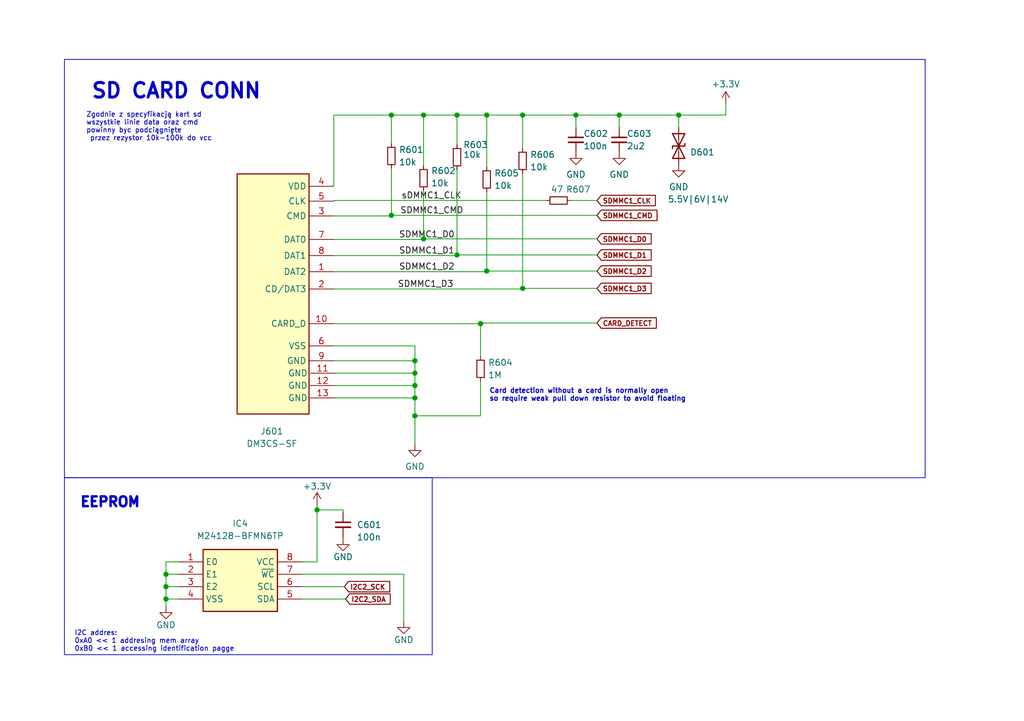
<source format=kicad_sch>
(kicad_sch (version 20230121) (generator eeschema)
  (paper "A5")
  (title_block (title "EXTERNAL MEMORY"))
  (lib_symbols
    (symbol "Device:C_Small" (pin_numbers hide) (pin_names (offset 0.254) hide)
      (property "Reference" "C" (at 0.254 1.778 0))
      (property "Value" "C_Small" (at 0.254 -2.032 0))
      (symbol "C_Small_0_1"
        (polyline (pts (xy -1.524 -0.508) (xy 1.524 -0.508)) (stroke (width 0.3302)))
        (polyline (pts (xy -1.524 0.508) (xy 1.524 0.508)) (stroke (width 0.3048)))
      )
      (symbol "C_Small_1_1"
        (pin passive line (at 0 2.54 270) (length 2.032) (name "~") (number "1"))
        (pin passive line (at 0 -2.54 90) (length 2.032) (name "~") (number "2"))
      )
    )
    (symbol "Device:D_TVS" (pin_numbers hide) (pin_names (offset 1.016) hide)
      (property "Reference" "D" (at 0 2.54 0))
      (property "Value" "D_TVS" (at 0 -2.54 0))
      (symbol "D_TVS_0_1"
        (polyline (pts (xy 1.27 0) (xy -1.27 0)))
        (polyline (pts (xy 0.508 1.27) (xy 0 1.27) (xy 0 -1.27) (xy -0.508 -1.27)) (stroke (width 0.254)))
        (polyline (pts (xy -2.54 1.27) (xy -2.54 -1.27) (xy 2.54 1.27) (xy 2.54 -1.27) (xy -2.54 1.27)) (stroke (width 0.254)))
      )
      (symbol "D_TVS_1_1"
        (pin passive line (at -3.81 0 0) (length 2.54) (name "A1") (number "1"))
        (pin passive line (at 3.81 0 180) (length 2.54) (name "A2") (number "2"))
      )
    )
    (symbol "Device:R_Small" (pin_numbers hide) (pin_names (offset 0.254) hide)
      (property "Reference" "R" (at 0.762 0.508 0))
      (property "Value" "R_Small" (at 0.762 -1.016 0))
      (symbol "R_Small_0_1"
        (rectangle (start -0.762 1.778) (end 0.762 -1.778) (stroke (width 0.2032)))
      )
      (symbol "R_Small_1_1"
        (pin passive line (at 0 2.54 270) (length 0.762) (name "~") (number "1"))
        (pin passive line (at 0 -2.54 90) (length 0.762) (name "~") (number "2"))
      )
    )
    (symbol "SamacSys_Parts:DM3CS-SF"
      (property "Reference" "J10" (at 21.082 7.366 0))
      (property "Value" "DM3CS-SF" (at 21.082 4.826 0))
      (symbol "DM3CS-SF_1_1"
        (rectangle (start 13.208 2.54) (end 27.94 -46.736) (stroke (width 0.254)) (fill (type background)))
        (pin passive line (at 33.02 -17.526 180) (length 5.08) (name "DAT2") (number "1"))
        (pin passive line (at 33.02 -28.194 180) (length 5.08) (name "CARD_D") (number "10"))
        (pin passive line (at 33.274 -38.354 180) (length 5.08) (name "GND") (number "11"))
        (pin passive line (at 33.274 -40.894 180) (length 5.08) (name "GND") (number "12"))
        (pin passive line (at 33.274 -43.434 180) (length 5.08) (name "GND") (number "13"))
        (pin passive line (at 33.02 -21.082 180) (length 5.08) (name "CD/DAT3") (number "2"))
        (pin passive line (at 33.02 -6.096 180) (length 5.08) (name "CMD") (number "3"))
        (pin passive line (at 33.02 0 180) (length 5.08) (name "VDD") (number "4"))
        (pin passive line (at 33.02 -3.048 180) (length 5.08) (name "CLK") (number "5"))
        (pin passive line (at 33.02 -32.766 180) (length 5.08) (name "VSS") (number "6"))
        (pin passive line (at 33.02 -10.922 180) (length 5.08) (name "DAT0") (number "7"))
        (pin passive line (at 33.02 -14.224 180) (length 5.08) (name "DAT1") (number "8"))
        (pin passive line (at 33.02 -35.814 180) (length 5.08) (name "GND") (number "9"))
      )
    )
    (symbol "SamacSys_Parts:M24128-BFMN6TP"
      (property "Reference" "IC" (at 21.59 7.62 0))
      (property "Value" "M24128-BFMN6TP" (at 21.59 5.08 0))
      (symbol "M24128-BFMN6TP_1_1"
        (rectangle (start 5.08 2.54) (end 20.32 -10.16) (stroke (width 0.254)) (fill (type background)))
        (pin passive line (at 0 0 0) (length 5.08) (name "E0") (number "1"))
        (pin passive line (at 0 -2.54 0) (length 5.08) (name "E1") (number "2"))
        (pin passive line (at 0 -5.08 0) (length 5.08) (name "E2") (number "3"))
        (pin passive line (at 0 -7.62 0) (length 5.08) (name "VSS") (number "4"))
        (pin passive line (at 25.4 -7.62 180) (length 5.08) (name "SDA") (number "5"))
        (pin passive line (at 25.4 -5.08 180) (length 5.08) (name "SCL") (number "6"))
        (pin passive line (at 25.4 -2.54 180) (length 5.08) (name "~{WC}") (number "7"))
        (pin passive line (at 25.4 0 180) (length 5.08) (name "VCC") (number "8"))
      )
    )
    (symbol "power:+3.3V" (power) (pin_names (offset 0))
      (property "Value" "+3.3V" (at 0 3.556 0))
      (symbol "+3.3V_0_1"
        (polyline (pts (xy -0.762 1.27) (xy 0 2.54)))
        (polyline (pts (xy 0 0) (xy 0 2.54)))
        (polyline (pts (xy 0 2.54) (xy 0.762 1.27)))
      )
      (symbol "+3.3V_1_1"
        (pin power_in line (at 0 0 90) (length 0) hide (name "+3.3V") (number "1"))
      )
    )
    (symbol "power:GND" (power) (pin_names (offset 0))
      (property "Value" "GND" (at 0 -3.81 0))
      (symbol "GND_0_1"
        (polyline (pts (xy 0 0) (xy 0 -1.27) (xy 1.27 -1.27) (xy 0 -2.54) (xy -1.27 -1.27) (xy 0 -1.27)))
      )
      (symbol "GND_1_1"
        (pin power_in line (at 0 0 270) (length 0) hide (name "GND") (number "1"))
      )
    )
  )
  (junction (at 65.024 104.648))
  (junction (at 86.868 23.622))
  (junction (at 93.726 52.324))
  (junction (at 118.11 23.622))
  (junction (at 34.036 117.856))
  (junction (at 85.09 74.041))
  (junction (at 107.188 23.622))
  (junction (at 86.868 49.022))
  (junction (at 85.09 85.344))
  (junction (at 80.264 23.622))
  (junction (at 34.036 122.936))
  (junction (at 93.726 23.622))
  (junction (at 34.036 120.396))
  (junction (at 107.188 59.182))
  (junction (at 80.264 44.196))
  (junction (at 99.822 23.622))
  (junction (at 85.09 79.121))
  (junction (at 99.822 55.626))
  (junction (at 127 23.622))
  (junction (at 98.552 66.421))
  (junction (at 85.09 76.581))
  (junction (at 85.09 81.661))
  (junction (at 139.192 23.622))
  (wire (pts (xy 107.188 23.622) (xy 118.11 23.622)))
  (wire (pts (xy 68.707 76.581) (xy 85.09 76.581)))
  (wire (pts (xy 68.453 23.622) (xy 80.264 23.622)))
  (wire (pts (xy 68.453 66.421) (xy 98.552 66.421)))
  (wire (pts (xy 107.188 59.182) (xy 122.428 59.182)))
  (wire (pts (xy 99.822 55.626) (xy 122.428 55.626)))
  (wire (pts (xy 68.453 41.275) (xy 68.58 41.275)))
  (wire (pts (xy 107.188 23.622) (xy 107.188 30.48)))
  (wire (pts (xy 36.576 117.856) (xy 34.036 117.856)))
  (wire (pts (xy 68.58 41.275) (xy 68.58 41.148)))
  (wire (pts (xy 34.036 122.936) (xy 34.036 124.46)))
  (wire (pts (xy 99.822 34.29) (xy 99.822 23.622)))
  (wire (pts (xy 107.188 35.56) (xy 107.188 59.182)))
  (wire (pts (xy 98.552 66.294) (xy 122.428 66.294)))
  (wire (pts (xy 61.976 117.856) (xy 82.804 117.856)))
  (wire (pts (xy 117.094 41.148) (xy 122.428 41.148)))
  (wire (pts (xy 34.036 120.396) (xy 34.036 122.936)))
  (wire (pts (xy 99.822 55.753) (xy 99.822 55.626)))
  (wire (pts (xy 85.09 76.581) (xy 85.09 79.121)))
  (wire (pts (xy 118.11 23.622) (xy 127 23.622)))
  (wire (pts (xy 68.453 44.323) (xy 80.264 44.323)))
  (wire (pts (xy 80.264 34.544) (xy 80.264 44.196)))
  (wire (pts (xy 70.358 110.236) (xy 70.358 110.49)))
  (wire (pts (xy 93.726 52.451) (xy 93.726 52.324)))
  (wire (pts (xy 98.552 66.421) (xy 98.552 73.152)))
  (wire (pts (xy 93.726 34.798) (xy 93.726 52.324)))
  (wire (pts (xy 65.024 104.648) (xy 65.024 115.316)))
  (wire (pts (xy 93.726 52.324) (xy 122.428 52.324)))
  (wire (pts (xy 85.09 79.121) (xy 85.09 81.661)))
  (wire (pts (xy 82.804 117.856) (xy 82.804 127.508)))
  (wire (pts (xy 70.358 104.648) (xy 65.024 104.648)))
  (wire (pts (xy 107.188 59.309) (xy 107.188 59.182)))
  (wire (pts (xy 34.036 115.316) (xy 34.036 117.856)))
  (wire (pts (xy 80.264 44.196) (xy 122.428 44.196)))
  (wire (pts (xy 70.358 105.156) (xy 70.358 104.648)))
  (wire (pts (xy 68.58 41.148) (xy 112.014 41.148)))
  (wire (pts (xy 36.576 122.936) (xy 34.036 122.936)))
  (wire (pts (xy 68.707 79.121) (xy 85.09 79.121)))
  (wire (pts (xy 85.09 81.661) (xy 85.09 85.344)))
  (wire (pts (xy 139.192 23.622) (xy 139.192 26.162)))
  (wire (pts (xy 61.976 115.316) (xy 65.024 115.316)))
  (wire (pts (xy 98.552 85.344) (xy 85.09 85.344)))
  (wire (pts (xy 80.264 44.323) (xy 80.264 44.196)))
  (wire (pts (xy 34.036 117.856) (xy 34.036 120.396)))
  (wire (pts (xy 68.453 55.753) (xy 99.822 55.753)))
  (wire (pts (xy 127 23.622) (xy 127 26.162)))
  (wire (pts (xy 86.868 39.116) (xy 86.868 49.022)))
  (wire (pts (xy 93.726 23.622) (xy 99.822 23.622)))
  (wire (pts (xy 139.192 23.622) (xy 148.844 23.622)))
  (wire (pts (xy 68.453 70.993) (xy 85.09 70.993)))
  (wire (pts (xy 80.264 23.622) (xy 80.264 29.464)))
  (wire (pts (xy 86.868 23.622) (xy 86.868 34.036)))
  (wire (pts (xy 85.09 70.993) (xy 85.09 74.041)))
  (wire (pts (xy 61.976 122.936) (xy 70.866 122.936)))
  (wire (pts (xy 99.822 23.622) (xy 107.188 23.622)))
  (wire (pts (xy 65.024 103.632) (xy 65.024 104.648)))
  (wire (pts (xy 68.453 59.309) (xy 107.188 59.309)))
  (wire (pts (xy 68.453 52.451) (xy 93.726 52.451)))
  (wire (pts (xy 85.09 74.041) (xy 85.09 76.581)))
  (wire (pts (xy 86.868 49.149) (xy 86.868 49.022)))
  (wire (pts (xy 127 23.622) (xy 139.192 23.622)))
  (wire (pts (xy 93.726 23.622) (xy 93.726 29.718)))
  (wire (pts (xy 98.552 78.232) (xy 98.552 85.344)))
  (wire (pts (xy 86.868 23.622) (xy 93.726 23.622)))
  (wire (pts (xy 85.09 85.344) (xy 85.09 91.186)))
  (wire (pts (xy 61.976 120.396) (xy 70.612 120.396)))
  (wire (pts (xy 68.707 81.661) (xy 85.09 81.661)))
  (wire (pts (xy 98.552 66.421) (xy 98.552 66.294)))
  (wire (pts (xy 86.868 49.022) (xy 122.428 49.022)))
  (wire (pts (xy 80.264 23.622) (xy 86.868 23.622)))
  (wire (pts (xy 148.844 21.336) (xy 148.844 23.622)))
  (wire (pts (xy 68.453 74.041) (xy 85.09 74.041)))
  (wire (pts (xy 118.11 23.622) (xy 118.11 26.162)))
  (wire (pts (xy 68.453 38.227) (xy 68.453 23.622)))
  (wire (pts (xy 99.822 55.626) (xy 99.822 39.37)))
  (wire (pts (xy 36.576 120.396) (xy 34.036 120.396)))
  (wire (pts (xy 36.576 115.316) (xy 34.036 115.316)))
  (wire (pts (xy 68.453 49.149) (xy 86.868 49.149)))
  (rectangle (start 13.208 12.192) (end 189.738 98.044))
  (rectangle (start 13.208 98.044) (end 88.646 134.366))
  (text "Zgodnie z specyfikacją kart sd \nwszystkie linie data oraz cmd\npowinny byc podciągnięte\n przez rezystor 10k-100k do vcc " (at 17.653 29.083 0) (effects (font (size 1 1)) (justify left bottom)))
  (text "SD CARD CONN" (at 18.542 20.574 0) (effects (font (size 3 3) (thickness 0.6) bold) (justify left bottom)))
  (text "Card detection without a card is normally open\nso require weak pull down resistor to avoid floating " (at 100.33 82.55 0) (effects (font (size 1 1) bold) (justify left bottom)))
  (text "EEPROM" (at 16.256 104.394 0) (effects (font (size 2 2) (thickness 0.6) bold) (justify left bottom)))
  (text "I2C addres: \n0xA0 << 1 addresing mem array  \n0xB0 << 1 accessing identification pagge" (at 15.24 133.858 0) (effects (font (size 1 1)) (justify left bottom)))
  (label "sDMMC1_CLK" (at 82.296 41.148 0))
  (label "SDMMC1_CMD" (at 82.042 44.196 0))
  (label "SDMMC1_D3" (at 81.534 59.309 0))
  (label "SDMMC1_D2" (at 81.788 55.753 0))
  (label "SDMMC1_D1" (at 81.788 52.451 0))
  (label "SDMMC1_D0" (at 81.788 49.149 0))
  (global_label "I2C2_SDA" (shape input) (at 70.866 122.936 0) (effects (font (size 1 1) (thickness 0.2) bold)) (property "Intersheetrefs" "${INTERSHEET_REFS}" (effects hide)))
  (global_label "SDMMC1_D0" (shape input) (at 122.428 49.022 0) (effects (font (size 1 1) (thickness 0.2) bold)) (property "Intersheetrefs" "${INTERSHEET_REFS}" (effects hide)))
  (global_label "I2C2_SCK" (shape input) (at 70.612 120.396 0) (effects (font (size 1 1) (thickness 0.2) bold)) (property "Intersheetrefs" "${INTERSHEET_REFS}" (effects hide)))
  (global_label "SDMMC1_D1" (shape input) (at 122.428 52.324 0) (effects (font (size 1 1) (thickness 0.2) bold)) (property "Intersheetrefs" "${INTERSHEET_REFS}" (effects hide)))
  (global_label "SDMMC1_D2" (shape input) (at 122.428 55.626 0) (effects (font (size 1 1) (thickness 0.2) bold)) (property "Intersheetrefs" "${INTERSHEET_REFS}" (effects hide)))
  (global_label "SDMMC1_CLK" (shape input) (at 122.428 41.148 0) (effects (font (size 1 1) (thickness 0.2) bold)) (property "Intersheetrefs" "${INTERSHEET_REFS}" (effects hide)))
  (global_label "CARD_DETECT" (shape input) (at 122.428 66.294 0) (effects (font (size 1 1) (thickness 0.2) bold)) (property "Intersheetrefs" "${INTERSHEET_REFS}" (effects hide)))
  (global_label "SDMMC1_CMD" (shape input) (at 122.428 44.196 0) (effects (font (size 1 1) (thickness 0.2) bold)) (property "Intersheetrefs" "${INTERSHEET_REFS}" (effects hide)))
  (global_label "SDMMC1_D3" (shape input) (at 122.428 59.182 0) (effects (font (size 1 1) (thickness 0.2) bold)) (property "Intersheetrefs" "${INTERSHEET_REFS}" (effects hide)))
  (symbol (lib_id "Device:R_Small") (at 107.188 33.02 180) (unit 1)
    (property "Reference" "R306" (at 108.712 31.75 0) (effects (justify right)))
    (property "Value" "10k" (at 108.712 34.29 0) (effects (justify right)))
    (property "Footprint" "Resistor_SMD:R_0402_1005Metric" (effects hide))
    (property "LCSC PART #" "C25744" (effects hide))
    (property "JLCPCB Part #" "C25744" (effects hide))
    (instances (project "SYSTEM_KONTROLI_LOTU" (path "" (reference "R606") (unit 1))))
  )
  (symbol (lib_id "SamacSys_Parts:DM3CS-SF") (at 35.433 38.227 0) (unit 1)
    (property "Reference" "J10" (at 55.753 88.519 0))
    (property "Value" "DM3CS-SF" (at 55.753 91.059 0))
    (property "Footprint" "SamacSys_Parts:DM3CSSF" (effects hide))
    (property "Datasheet" "https://datasheet.lcsc.com/szlcsc/Hirose-HRS-DM3CS-SF_C202111.pdf" (effects hide))
    (property "Height" "1.83" (effects hide))
    (property "Mouser Part Number" "798-DM3CSSF" (effects hide))
    (property "Mouser Price/Stock" "https://www.mouser.co.uk/ProductDetail/Hirose-Connector/DM3CS-SF?qs=tTj%252BmQ3KZwbB9K5zh89Rcw%3D%3D" (effects hide))
    (property "Manufacturer_Name" "Hirose" (effects hide))
    (property "Manufacturer_Part_Number" "DM3CS-SF" (effects hide))
    (instances (project "SYSTEM_KONTROLI_LOTU" (path "" (reference "J601") (unit 1))))
  )
  (symbol (lib_id "Device:C_Small") (at 118.11 28.702 0) (unit 1)
    (property "Reference" "C302" (at 119.634 27.432 0) (effects (justify left)))
    (property "Value" "100n" (at 119.634 29.972 0) (effects (justify left)))
    (property "Footprint" "Capacitor_SMD:C_0402_1005Metric" (effects hide))
    (property "LCSC PART #" "C307331" (effects hide))
    (property "JLCPCB Part #" "C307331" (effects hide))
    (instances (project "SYSTEM_KONTROLI_LOTU" (path "" (reference "C602") (unit 1))))
  )
  (symbol (lib_id "power:GND") (at 118.11 31.242 0) (unit 1)
    (property "Reference" "#PWR035" (effects hide))
    (property "Value" "GND" (at 118.11 35.814 0))
    (instances (project "SYSTEM_KONTROLI_LOTU" (path "" (reference "#PWR0606") (unit 1))))
  )
  (symbol (lib_id "power:GND") (at 139.192 33.782 0) (unit 1)
    (property "Reference" "#PWR038" (effects hide))
    (property "Value" "GND" (at 139.192 38.354 0))
    (instances (project "SYSTEM_KONTROLI_LOTU" (path "" (reference "#PWR0608") (unit 1))))
  )
  (symbol (lib_id "power:GND") (at 127 31.242 0) (unit 1)
    (property "Reference" "#PWR058" (effects hide))
    (property "Value" "GND" (at 127 35.814 0))
    (instances (project "SYSTEM_KONTROLI_LOTU" (path "" (reference "#PWR0607") (unit 1))))
  )
  (symbol (lib_id "power:GND") (at 85.09 91.186 0) (unit 1)
    (property "Reference" "#PWR055" (effects hide))
    (property "Value" "GND" (at 85.09 95.758 0))
    (instances (project "SYSTEM_KONTROLI_LOTU" (path "" (reference "#PWR0605") (unit 1))))
  )
  (symbol (lib_id "Device:C_Small") (at 70.358 107.696 0) (unit 1)
    (property "Reference" "C304" (at 73.152 107.696 0) (effects (justify left)))
    (property "Value" "100n" (at 73.152 110.236 0) (effects (justify left)))
    (property "Footprint" "Capacitor_SMD:C_0402_1005Metric" (effects hide))
    (property "LCSC PART #" "C307331" (effects hide))
    (property "JLCPCB Part #" "C307331" (effects hide))
    (instances (project "SYSTEM_KONTROLI_LOTU" (path "" (reference "C601") (unit 1))))
  )
  (symbol (lib_id "Device:C_Small") (at 127 28.702 0) (unit 1)
    (property "Reference" "C301" (at 128.524 27.432 0) (effects (justify left)))
    (property "Value" "2u2" (at 128.524 29.972 0) (effects (justify left)))
    (property "Footprint" "Capacitor_SMD:C_0603_1608Metric" (effects hide))
    (property "LCSC PART #" "C23630" (effects hide))
    (property "JLCPCB Part #" "C23630" (effects hide))
    (instances (project "SYSTEM_KONTROLI_LOTU" (path "" (reference "C603") (unit 1))))
  )
  (symbol (lib_id "Device:D_TVS") (at 139.192 29.972 90) (mirror x) (unit 1)
    (property "Reference" "D2" (at 141.478 31.242 90) (effects (justify right)))
    (property "Value" "5.5V|6V|14V" (at 136.906 40.894 90) (effects (justify right)))
    (property "Footprint" "Diode_SMD:D_0402_1005Metric" (effects hide))
    (instances (project "SYSTEM_KONTROLI_LOTU" (path "" (reference "D601") (unit 1))))
  )
  (symbol (lib_id "Device:R_Small") (at 98.552 75.692 180) (unit 1)
    (property "Reference" "R301" (at 100.076 74.422 0) (effects (justify right)))
    (property "Value" "1M" (at 100.076 76.962 0) (effects (justify right)))
    (property "Footprint" "Resistor_SMD:R_0402_1005Metric" (effects hide))
    (property "LCSC PART #" "C26083" (effects hide))
    (property "JLCPCB Part #" "C26083" (effects hide))
    (instances (project "SYSTEM_KONTROLI_LOTU" (path "" (reference "R604") (unit 1))))
  )
  (symbol (lib_id "Device:R_Small") (at 86.868 36.576 180) (unit 1)
    (property "Reference" "R303" (at 88.392 35.052 0) (effects (justify right)))
    (property "Value" "10k" (at 88.392 37.592 0) (effects (justify right)))
    (property "Footprint" "Resistor_SMD:R_0402_1005Metric" (effects hide))
    (property "LCSC PART #" "C25744" (effects hide))
    (property "JLCPCB Part #" "C25744" (effects hide))
    (instances (project "SYSTEM_KONTROLI_LOTU" (path "" (reference "R602") (unit 1))))
  )
  (symbol (lib_id "Device:R_Small") (at 114.554 41.148 270) (unit 1)
    (property "Reference" "R307" (at 121.158 38.862 90) (effects (justify right)))
    (property "Value" "47" (at 115.57 38.862 90) (effects (justify right)))
    (property "Footprint" "Resistor_SMD:R_0402_1005Metric" (effects hide))
    (property "LCSC PART #" "C25092" (effects hide))
    (property "JLCPCB Part #" "C25092" (effects hide))
    (instances (project "SYSTEM_KONTROLI_LOTU" (path "" (reference "R607") (unit 1))))
  )
  (symbol (lib_id "Device:R_Small") (at 93.726 32.258 180) (unit 1)
    (property "Reference" "R304" (at 94.996 29.718 0) (effects (justify right)))
    (property "Value" "10k" (at 94.996 31.75 0) (effects (justify right)))
    (property "Footprint" "Resistor_SMD:R_0402_1005Metric" (effects hide))
    (property "LCSC PART #" "C25744" (effects hide))
    (property "JLCPCB Part #" "C25744" (effects hide))
    (instances (project "SYSTEM_KONTROLI_LOTU" (path "" (reference "R603") (unit 1))))
  )
  (symbol (lib_id "Device:R_Small") (at 80.264 32.004 180) (unit 1)
    (property "Reference" "R302" (at 81.788 30.734 0) (effects (justify right)))
    (property "Value" "10k" (at 81.788 33.274 0) (effects (justify right)))
    (property "Footprint" "Resistor_SMD:R_0402_1005Metric" (effects hide))
    (property "LCSC PART #" "C25744" (effects hide))
    (property "JLCPCB Part #" "C25744" (effects hide))
    (instances (project "SYSTEM_KONTROLI_LOTU" (path "" (reference "R601") (unit 1))))
  )
  (symbol (lib_id "SamacSys_Parts:M24128-BFMN6TP") (at 36.576 115.316 0) (unit 1)
    (property "Reference" "IC4" (at 49.276 107.442 0))
    (property "Value" "M24128-BFMN6TP" (at 49.276 109.982 0))
    (property "Footprint" "SamacSys_Parts:SOIC127P600X175-8N" (effects hide))
    (property "Datasheet" "http://www.st.com/content/ccc/resource/technical/document/datasheet/59/05/c9/5b/7b/41/48/b6/CD00259167.pdf/files/CD00259167.pdf/jcr:content/translations/en.CD00259167.pdf" (effects hide))
    (property "Height" "1.75" (effects hide))
    (property "Mouser Part Number" "511-M24128-BFMN6TP" (effects hide))
    (property "Mouser Price/Stock" "https://www.mouser.co.uk/ProductDetail/STMicroelectronics/M24128-BFMN6TP?qs=gt1LBUVyoHnsvPU%2F%252BxZ%252BcA%3D%3D" (effects hide))
    (property "Manufacturer_Name" "STMicroelectronics" (effects hide))
    (property "Manufacturer_Part_Number" "M24128-BFMN6TP" (effects hide))
    (instances (project "SYSTEM_KONTROLI_LOTU" (path "" (reference "IC4") (unit 1)) (path "" (reference "IC601") (unit 1))))
  )
  (symbol (lib_id "power:+3.3V") (at 148.844 21.336 0) (unit 1)
    (property "Reference" "#PWR056" (effects hide))
    (property "Value" "+3.3V" (at 148.844 17.272 0))
    (instances (project "SYSTEM_KONTROLI_LOTU" (path "" (reference "#PWR0609") (unit 1))))
  )
  (symbol (lib_id "power:GND") (at 82.804 127.508 0) (unit 1)
    (property "Reference" "#PWR041" (effects hide))
    (property "Value" "GND" (at 82.804 131.318 0))
    (instances (project "SYSTEM_KONTROLI_LOTU" (path "" (reference "#PWR0604") (unit 1))))
  )
  (symbol (lib_id "power:GND") (at 70.358 110.49 0) (unit 1)
    (property "Reference" "#PWR068" (effects hide))
    (property "Value" "GND" (at 70.358 114.3 0))
    (instances (project "SYSTEM_KONTROLI_LOTU" (path "" (reference "#PWR0603") (unit 1))))
  )
  (symbol (lib_id "Device:R_Small") (at 99.822 36.83 180) (unit 1)
    (property "Reference" "R305" (at 101.346 35.56 0) (effects (justify right)))
    (property "Value" "10k" (at 101.346 38.1 0) (effects (justify right)))
    (property "Footprint" "Resistor_SMD:R_0402_1005Metric" (effects hide))
    (property "LCSC PART #" "C25744" (effects hide))
    (property "JLCPCB Part #" "C25744" (effects hide))
    (instances (project "SYSTEM_KONTROLI_LOTU" (path "" (reference "R605") (unit 1))))
  )
  (symbol (lib_id "power:+3.3V") (at 65.024 103.632 0) (unit 1)
    (property "Reference" "#PWR069" (effects hide))
    (property "Value" "+3.3V" (at 65.024 99.822 0))
    (instances (project "SYSTEM_KONTROLI_LOTU" (path "" (reference "#PWR0602") (unit 1))))
  )
  (symbol (lib_id "power:GND") (at 34.036 124.46 0) (unit 1)
    (property "Reference" "#PWR062" (effects hide))
    (property "Value" "GND" (at 34.036 128.27 0))
    (instances (project "SYSTEM_KONTROLI_LOTU" (path "" (reference "#PWR0601") (unit 1))))
  )
)
</source>
